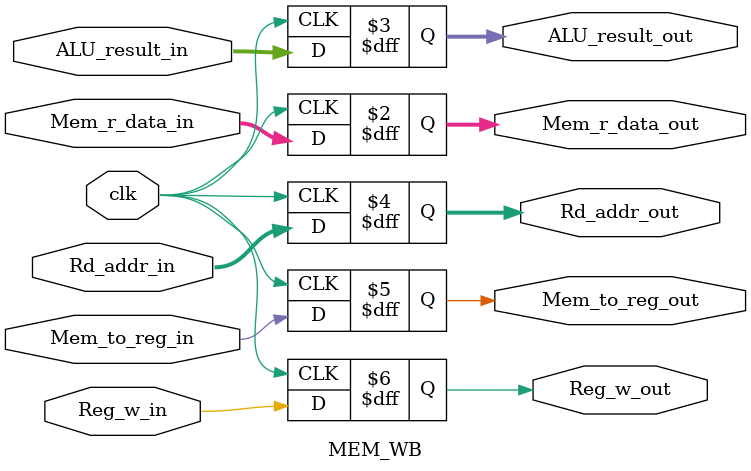
<source format=v>
module MEM_WB
(
    input [31:0] Mem_r_data_in,
    input [31:0] ALU_result_in,
    input [4:0] Rd_addr_in,
    input Reg_w_in,
    input Mem_to_reg_in,
    input clk,
    output reg [31:0] Mem_r_data_out,
    output reg [31:0] ALU_result_out,
    output reg [4:0] Rd_addr_out,
    output reg Mem_to_reg_out,
    output reg Reg_w_out
);

    always @(negedge clk)
    begin
        Mem_r_data_out <= Mem_r_data_in;
        Rd_addr_out <= Rd_addr_in;
        Reg_w_out <= Reg_w_in;
        Mem_to_reg_out <= Mem_to_reg_in;
        ALU_result_out <= ALU_result_in;
    end

endmodule
</source>
